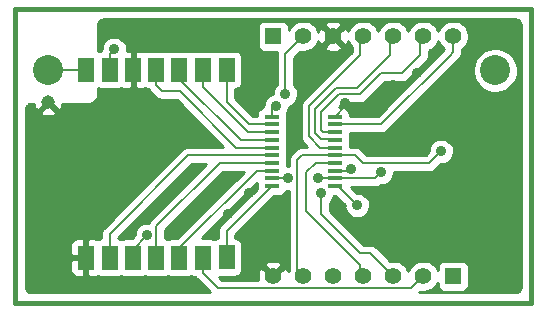
<source format=gbl>
G04 (created by PCBNEW-RS274X (2011-05-25)-stable) date Sat 11 Aug 2012 11:46:33 PM MDT*
G01*
G70*
G90*
%MOIN*%
G04 Gerber Fmt 3.4, Leading zero omitted, Abs format*
%FSLAX34Y34*%
G04 APERTURE LIST*
%ADD10C,0.006000*%
%ADD11C,0.015000*%
%ADD12C,0.045000*%
%ADD13C,0.100000*%
%ADD14R,0.050000X0.016000*%
%ADD15R,0.055000X0.055000*%
%ADD16C,0.055000*%
%ADD17R,0.055100X0.078700*%
%ADD18C,0.035000*%
%ADD19C,0.008000*%
%ADD20C,0.010000*%
G04 APERTURE END LIST*
G54D10*
G54D11*
X22900Y-18800D02*
X22900Y-18700D01*
X22700Y-18800D02*
X22900Y-18800D01*
X22900Y-09000D02*
X22900Y-09100D01*
X22800Y-09000D02*
X22900Y-09000D01*
X05700Y-09000D02*
X05700Y-09200D01*
X22900Y-09100D02*
X22900Y-18700D01*
X05700Y-09000D02*
X22800Y-09000D01*
X05700Y-18800D02*
X05700Y-09200D01*
X22700Y-18800D02*
X05700Y-18800D01*
G54D12*
X06800Y-12100D03*
G54D13*
X21700Y-11040D03*
X06800Y-11040D03*
G54D14*
X14250Y-14890D03*
X14250Y-14640D03*
X14250Y-14380D03*
X14250Y-14120D03*
X14250Y-13870D03*
X14250Y-13610D03*
X14250Y-13350D03*
X14250Y-13100D03*
X14250Y-12840D03*
X14250Y-12590D03*
X16350Y-12590D03*
X16350Y-12840D03*
X16350Y-13100D03*
X16350Y-13350D03*
X16350Y-13610D03*
X16350Y-13870D03*
X16350Y-14120D03*
X16350Y-14380D03*
X16350Y-14640D03*
X16350Y-14890D03*
G54D15*
X20300Y-17900D03*
G54D16*
X19300Y-17900D03*
X18300Y-17900D03*
X17300Y-17900D03*
X16300Y-17900D03*
X15300Y-17900D03*
X14300Y-17900D03*
G54D15*
X14300Y-09900D03*
G54D16*
X15300Y-09900D03*
X16300Y-09900D03*
X17300Y-09900D03*
X18300Y-09900D03*
X19300Y-09900D03*
X20300Y-09900D03*
G54D17*
X12743Y-17270D03*
X11955Y-17281D03*
X11168Y-17281D03*
X10400Y-17281D03*
X09632Y-17281D03*
X08845Y-17281D03*
X08057Y-17281D03*
X08057Y-11021D03*
X08845Y-11021D03*
X09632Y-11021D03*
X10400Y-11021D03*
X11168Y-11021D03*
X11955Y-11021D03*
X12743Y-11021D03*
G54D18*
X09000Y-10340D03*
X14800Y-14640D03*
X06800Y-13100D03*
X19000Y-13240D03*
X19700Y-11940D03*
X19100Y-11140D03*
X18300Y-11540D03*
X17300Y-16340D03*
X14400Y-16240D03*
X13600Y-16240D03*
X13500Y-15140D03*
X12800Y-15840D03*
X11300Y-16140D03*
X12600Y-14740D03*
X11600Y-14440D03*
X10100Y-15940D03*
X08000Y-16340D03*
X08000Y-13040D03*
X09600Y-11940D03*
X15500Y-11540D03*
X16700Y-12140D03*
X21200Y-14140D03*
X20200Y-16240D03*
X18700Y-16240D03*
X18500Y-15640D03*
X10100Y-16540D03*
X16900Y-14340D03*
X15900Y-15140D03*
X14400Y-12240D03*
X17100Y-15540D03*
X19900Y-13740D03*
X15800Y-14640D03*
X14700Y-11840D03*
X17900Y-14440D03*
G54D19*
X08845Y-10495D02*
X08845Y-11021D01*
X08845Y-10495D02*
X09000Y-10340D01*
X14800Y-14640D02*
X14250Y-14640D01*
X06860Y-13040D02*
X08000Y-13040D01*
X06800Y-13100D02*
X06860Y-13040D01*
X19000Y-13240D02*
X20300Y-11940D01*
X16700Y-12140D02*
X17700Y-12140D01*
X17700Y-12140D02*
X18300Y-11540D01*
X09632Y-11021D02*
X09632Y-11908D01*
X13600Y-16240D02*
X14400Y-16240D01*
X12800Y-15840D02*
X13500Y-15140D01*
X11300Y-16040D02*
X11300Y-16140D01*
X12600Y-14740D02*
X11300Y-16040D01*
X10100Y-15940D02*
X11600Y-14440D01*
X08000Y-13040D02*
X08000Y-16340D01*
X09632Y-11908D02*
X09600Y-11940D01*
X16350Y-12590D02*
X16700Y-12240D01*
X16700Y-12240D02*
X16700Y-12140D01*
X14250Y-14380D02*
X13760Y-14380D01*
X13760Y-14380D02*
X11168Y-16972D01*
X11168Y-16972D02*
X11168Y-17281D01*
X14250Y-14120D02*
X12520Y-14120D01*
X10400Y-16240D02*
X12520Y-14120D01*
X10400Y-16240D02*
X10400Y-17281D01*
X09632Y-17008D02*
X10100Y-16540D01*
X09632Y-17008D02*
X09632Y-17281D01*
X08057Y-11021D02*
X06819Y-11021D01*
X06819Y-11021D02*
X06800Y-11040D01*
X17300Y-09900D02*
X17200Y-10000D01*
X17200Y-10540D02*
X15500Y-12240D01*
X15500Y-12240D02*
X15500Y-13240D01*
X15500Y-13240D02*
X15870Y-13610D01*
X15870Y-13610D02*
X16350Y-13610D01*
X17200Y-10000D02*
X17200Y-10540D01*
X17300Y-09900D02*
X17250Y-09950D01*
X18300Y-09900D02*
X18200Y-10000D01*
X16340Y-13340D02*
X15900Y-13340D01*
X15900Y-13340D02*
X15700Y-13140D01*
X15700Y-13140D02*
X15700Y-12440D01*
X15700Y-12440D02*
X15700Y-12340D01*
X15700Y-12340D02*
X16400Y-11640D01*
X16400Y-11640D02*
X16600Y-11640D01*
X17100Y-11640D02*
X16600Y-11640D01*
X18200Y-10540D02*
X17100Y-11640D01*
X16340Y-13340D02*
X16350Y-13350D01*
X18200Y-10000D02*
X18200Y-10540D01*
X20195Y-10545D02*
X20300Y-10440D01*
X20300Y-10440D02*
X20300Y-09900D01*
X17900Y-12840D02*
X16350Y-12840D01*
X20200Y-10540D02*
X20195Y-10545D01*
X20195Y-10545D02*
X17900Y-12840D01*
X19300Y-17900D02*
X18900Y-18300D01*
X11955Y-17795D02*
X12460Y-18300D01*
X12460Y-18300D02*
X18740Y-18300D01*
X11955Y-17795D02*
X11955Y-17281D01*
X18900Y-18300D02*
X18740Y-18300D01*
X14250Y-13870D02*
X11470Y-13870D01*
X08845Y-16495D02*
X11470Y-13870D01*
X08845Y-16495D02*
X08845Y-17281D01*
X14250Y-13610D02*
X13070Y-13610D01*
X10400Y-11540D02*
X10400Y-11021D01*
X10600Y-11740D02*
X10400Y-11540D01*
X11200Y-11740D02*
X10600Y-11740D01*
X13070Y-13610D02*
X11200Y-11740D01*
X14250Y-13350D02*
X13210Y-13350D01*
X11168Y-11308D02*
X11168Y-11021D01*
X13210Y-13350D02*
X11168Y-11308D01*
X14250Y-13100D02*
X13460Y-13100D01*
X11955Y-11595D02*
X11955Y-11021D01*
X13460Y-13100D02*
X11955Y-11595D01*
X14250Y-12840D02*
X13500Y-12840D01*
X12743Y-12083D02*
X12743Y-11021D01*
X13500Y-12840D02*
X12743Y-12083D01*
X18300Y-17900D02*
X18020Y-17620D01*
X17540Y-17140D02*
X17200Y-17140D01*
X17200Y-17140D02*
X15900Y-15840D01*
X15900Y-15840D02*
X15900Y-15140D01*
X16860Y-14380D02*
X16350Y-14380D01*
X16900Y-14340D02*
X16860Y-14380D01*
X18020Y-17620D02*
X17540Y-17140D01*
X19300Y-09900D02*
X19200Y-10000D01*
X19200Y-10540D02*
X18600Y-11140D01*
X18600Y-11140D02*
X17900Y-11140D01*
X17900Y-11140D02*
X17200Y-11840D01*
X17200Y-11840D02*
X16500Y-11840D01*
X15960Y-13100D02*
X16350Y-13100D01*
X15900Y-12440D02*
X15900Y-13040D01*
X16500Y-11840D02*
X15900Y-12440D01*
X15900Y-13040D02*
X15960Y-13100D01*
X19200Y-10000D02*
X19200Y-10540D01*
X17300Y-17900D02*
X17200Y-17800D01*
X17200Y-17540D02*
X15400Y-15740D01*
X15400Y-15740D02*
X15400Y-15540D01*
X15720Y-14120D02*
X16350Y-14120D01*
X15400Y-14440D02*
X15720Y-14120D01*
X15400Y-15540D02*
X15400Y-14440D01*
X17200Y-17800D02*
X17200Y-17540D01*
X14250Y-12290D02*
X14250Y-12590D01*
X14400Y-12240D02*
X14250Y-12290D01*
X17100Y-15540D02*
X16450Y-14890D01*
X16450Y-14890D02*
X16350Y-14890D01*
X15300Y-17900D02*
X15100Y-17700D01*
X15270Y-13870D02*
X15100Y-14040D01*
X15100Y-14040D02*
X15100Y-16800D01*
X15270Y-13870D02*
X16350Y-13870D01*
X15100Y-17700D02*
X15100Y-16800D01*
X16350Y-13870D02*
X17030Y-13870D01*
X19500Y-14140D02*
X19900Y-13740D01*
X17300Y-14140D02*
X19500Y-14140D01*
X17030Y-13870D02*
X17300Y-14140D01*
X12743Y-17270D02*
X12743Y-16397D01*
X12743Y-16397D02*
X14250Y-14890D01*
X15300Y-09900D02*
X14700Y-10500D01*
X14700Y-11340D02*
X14700Y-11840D01*
X15800Y-14640D02*
X16350Y-14640D01*
X14700Y-10500D02*
X14700Y-11340D01*
X16350Y-14640D02*
X17700Y-14640D01*
X17700Y-14640D02*
X17900Y-14440D01*
G54D10*
G36*
X12070Y-14160D02*
X10197Y-16033D01*
X10195Y-16035D01*
X10188Y-16042D01*
X10161Y-16076D01*
X10139Y-16115D01*
X10061Y-16115D01*
X09979Y-16130D01*
X09902Y-16162D01*
X09832Y-16207D01*
X09773Y-16266D01*
X09726Y-16335D01*
X09693Y-16411D01*
X09676Y-16493D01*
X09674Y-16555D01*
X09592Y-16638D01*
X09333Y-16638D01*
X09285Y-16647D01*
X09240Y-16666D01*
X09239Y-16666D01*
X09195Y-16648D01*
X09147Y-16638D01*
X09135Y-16638D01*
X09135Y-16615D01*
X11590Y-14160D01*
X12070Y-14160D01*
X12070Y-14160D01*
G37*
G54D20*
X12070Y-14160D02*
X10197Y-16033D01*
X10195Y-16035D01*
X10188Y-16042D01*
X10161Y-16076D01*
X10139Y-16115D01*
X10061Y-16115D01*
X09979Y-16130D01*
X09902Y-16162D01*
X09832Y-16207D01*
X09773Y-16266D01*
X09726Y-16335D01*
X09693Y-16411D01*
X09676Y-16493D01*
X09674Y-16555D01*
X09592Y-16638D01*
X09333Y-16638D01*
X09285Y-16647D01*
X09240Y-16666D01*
X09239Y-16666D01*
X09195Y-16648D01*
X09147Y-16638D01*
X09135Y-16638D01*
X09135Y-16615D01*
X11590Y-14160D01*
X12070Y-14160D01*
G54D10*
G36*
X13319Y-14410D02*
X11091Y-16638D01*
X10869Y-16638D01*
X10821Y-16647D01*
X10784Y-16662D01*
X10750Y-16648D01*
X10702Y-16638D01*
X10690Y-16638D01*
X10690Y-16360D01*
X12640Y-14410D01*
X13319Y-14410D01*
X13319Y-14410D01*
G37*
G54D20*
X13319Y-14410D02*
X11091Y-16638D01*
X10869Y-16638D01*
X10821Y-16647D01*
X10784Y-16662D01*
X10750Y-16648D01*
X10702Y-16638D01*
X10690Y-16638D01*
X10690Y-16360D01*
X12640Y-14410D01*
X13319Y-14410D01*
G54D10*
G36*
X13750Y-14980D02*
X12540Y-16190D01*
X12538Y-16192D01*
X12531Y-16199D01*
X12504Y-16233D01*
X12476Y-16283D01*
X12475Y-16285D01*
X12475Y-16286D01*
X12473Y-16290D01*
X12459Y-16337D01*
X12453Y-16393D01*
X12453Y-16396D01*
X12453Y-16397D01*
X12453Y-16627D01*
X12444Y-16627D01*
X12396Y-16636D01*
X12351Y-16655D01*
X12339Y-16662D01*
X12305Y-16648D01*
X12257Y-16638D01*
X12208Y-16638D01*
X11912Y-16638D01*
X13750Y-14800D01*
X13750Y-14832D01*
X13750Y-14980D01*
X13750Y-14980D01*
G37*
G54D20*
X13750Y-14980D02*
X12540Y-16190D01*
X12538Y-16192D01*
X12531Y-16199D01*
X12504Y-16233D01*
X12476Y-16283D01*
X12475Y-16285D01*
X12475Y-16286D01*
X12473Y-16290D01*
X12459Y-16337D01*
X12453Y-16393D01*
X12453Y-16396D01*
X12453Y-16397D01*
X12453Y-16627D01*
X12444Y-16627D01*
X12396Y-16636D01*
X12351Y-16655D01*
X12339Y-16662D01*
X12305Y-16648D01*
X12257Y-16638D01*
X12208Y-16638D01*
X11912Y-16638D01*
X13750Y-14800D01*
X13750Y-14832D01*
X13750Y-14980D01*
G54D10*
G36*
X14811Y-17710D02*
X14798Y-17739D01*
X14774Y-17674D01*
X14752Y-17633D01*
X14661Y-17610D01*
X14590Y-17681D01*
X14590Y-17539D01*
X14567Y-17448D01*
X14474Y-17405D01*
X14374Y-17380D01*
X14272Y-17375D01*
X14170Y-17391D01*
X14074Y-17426D01*
X14033Y-17448D01*
X14010Y-17539D01*
X14300Y-17829D01*
X14590Y-17539D01*
X14590Y-17681D01*
X14406Y-17865D01*
X14371Y-17900D01*
X14300Y-17971D01*
X14229Y-17900D01*
X14194Y-17865D01*
X13939Y-17610D01*
X13848Y-17633D01*
X13805Y-17726D01*
X13780Y-17826D01*
X13775Y-17928D01*
X13787Y-18010D01*
X12580Y-18010D01*
X12483Y-17913D01*
X12490Y-17913D01*
X13042Y-17913D01*
X13090Y-17904D01*
X13135Y-17885D01*
X13176Y-17858D01*
X13211Y-17823D01*
X13239Y-17783D01*
X13258Y-17738D01*
X13268Y-17690D01*
X13268Y-17641D01*
X13268Y-16853D01*
X13259Y-16805D01*
X13240Y-16760D01*
X13213Y-16719D01*
X13178Y-16684D01*
X13138Y-16656D01*
X13093Y-16637D01*
X13045Y-16627D01*
X13033Y-16627D01*
X13033Y-16517D01*
X14330Y-15220D01*
X14524Y-15220D01*
X14572Y-15211D01*
X14617Y-15192D01*
X14658Y-15165D01*
X14693Y-15130D01*
X14721Y-15090D01*
X14733Y-15060D01*
X14750Y-15064D01*
X14810Y-15065D01*
X14810Y-16796D01*
X14810Y-16800D01*
X14810Y-17697D01*
X14810Y-17700D01*
X14811Y-17709D01*
X14811Y-17710D01*
X14811Y-17710D01*
G37*
G54D20*
X14811Y-17710D02*
X14798Y-17739D01*
X14774Y-17674D01*
X14752Y-17633D01*
X14661Y-17610D01*
X14590Y-17681D01*
X14590Y-17539D01*
X14567Y-17448D01*
X14474Y-17405D01*
X14374Y-17380D01*
X14272Y-17375D01*
X14170Y-17391D01*
X14074Y-17426D01*
X14033Y-17448D01*
X14010Y-17539D01*
X14300Y-17829D01*
X14590Y-17539D01*
X14590Y-17681D01*
X14406Y-17865D01*
X14371Y-17900D01*
X14300Y-17971D01*
X14229Y-17900D01*
X14194Y-17865D01*
X13939Y-17610D01*
X13848Y-17633D01*
X13805Y-17726D01*
X13780Y-17826D01*
X13775Y-17928D01*
X13787Y-18010D01*
X12580Y-18010D01*
X12483Y-17913D01*
X12490Y-17913D01*
X13042Y-17913D01*
X13090Y-17904D01*
X13135Y-17885D01*
X13176Y-17858D01*
X13211Y-17823D01*
X13239Y-17783D01*
X13258Y-17738D01*
X13268Y-17690D01*
X13268Y-17641D01*
X13268Y-16853D01*
X13259Y-16805D01*
X13240Y-16760D01*
X13213Y-16719D01*
X13178Y-16684D01*
X13138Y-16656D01*
X13093Y-16637D01*
X13045Y-16627D01*
X13033Y-16627D01*
X13033Y-16517D01*
X14330Y-15220D01*
X14524Y-15220D01*
X14572Y-15211D01*
X14617Y-15192D01*
X14658Y-15165D01*
X14693Y-15130D01*
X14721Y-15090D01*
X14733Y-15060D01*
X14750Y-15064D01*
X14810Y-15065D01*
X14810Y-16796D01*
X14810Y-16800D01*
X14810Y-17697D01*
X14810Y-17700D01*
X14811Y-17709D01*
X14811Y-17710D01*
G54D10*
G36*
X20000Y-10330D02*
X19998Y-10332D01*
X19995Y-10335D01*
X19992Y-10338D01*
X19990Y-10340D01*
X17780Y-12550D01*
X16850Y-12550D01*
X16850Y-12490D01*
X16848Y-12490D01*
X16850Y-12488D01*
X16850Y-12486D01*
X16841Y-12438D01*
X16822Y-12393D01*
X16795Y-12352D01*
X16760Y-12317D01*
X16720Y-12289D01*
X16675Y-12270D01*
X16627Y-12260D01*
X16578Y-12260D01*
X16490Y-12260D01*
X16620Y-12130D01*
X17197Y-12130D01*
X17200Y-12130D01*
X17215Y-12128D01*
X17253Y-12125D01*
X17256Y-12124D01*
X17308Y-12109D01*
X17308Y-12108D01*
X17311Y-12108D01*
X17358Y-12083D01*
X17360Y-12082D01*
X17386Y-12060D01*
X17402Y-12048D01*
X17404Y-12046D01*
X17405Y-12045D01*
X18020Y-11430D01*
X18597Y-11430D01*
X18600Y-11430D01*
X18615Y-11428D01*
X18653Y-11425D01*
X18656Y-11424D01*
X18708Y-11409D01*
X18708Y-11408D01*
X18711Y-11408D01*
X18758Y-11383D01*
X18760Y-11382D01*
X18786Y-11360D01*
X18802Y-11348D01*
X18804Y-11346D01*
X18805Y-11345D01*
X19403Y-10747D01*
X19405Y-10745D01*
X19416Y-10731D01*
X19439Y-10704D01*
X19440Y-10702D01*
X19467Y-10654D01*
X19467Y-10651D01*
X19468Y-10651D01*
X19469Y-10646D01*
X19484Y-10600D01*
X19484Y-10598D01*
X19490Y-10544D01*
X19490Y-10542D01*
X19490Y-10540D01*
X19490Y-10388D01*
X19537Y-10370D01*
X19624Y-10315D01*
X19698Y-10244D01*
X19758Y-10160D01*
X19799Y-10067D01*
X19800Y-10060D01*
X19832Y-10140D01*
X19887Y-10227D01*
X19958Y-10301D01*
X20000Y-10329D01*
X20000Y-10330D01*
X20000Y-10330D01*
G37*
G54D20*
X20000Y-10330D02*
X19998Y-10332D01*
X19995Y-10335D01*
X19992Y-10338D01*
X19990Y-10340D01*
X17780Y-12550D01*
X16850Y-12550D01*
X16850Y-12490D01*
X16848Y-12490D01*
X16850Y-12488D01*
X16850Y-12486D01*
X16841Y-12438D01*
X16822Y-12393D01*
X16795Y-12352D01*
X16760Y-12317D01*
X16720Y-12289D01*
X16675Y-12270D01*
X16627Y-12260D01*
X16578Y-12260D01*
X16490Y-12260D01*
X16620Y-12130D01*
X17197Y-12130D01*
X17200Y-12130D01*
X17215Y-12128D01*
X17253Y-12125D01*
X17256Y-12124D01*
X17308Y-12109D01*
X17308Y-12108D01*
X17311Y-12108D01*
X17358Y-12083D01*
X17360Y-12082D01*
X17386Y-12060D01*
X17402Y-12048D01*
X17404Y-12046D01*
X17405Y-12045D01*
X18020Y-11430D01*
X18597Y-11430D01*
X18600Y-11430D01*
X18615Y-11428D01*
X18653Y-11425D01*
X18656Y-11424D01*
X18708Y-11409D01*
X18708Y-11408D01*
X18711Y-11408D01*
X18758Y-11383D01*
X18760Y-11382D01*
X18786Y-11360D01*
X18802Y-11348D01*
X18804Y-11346D01*
X18805Y-11345D01*
X19403Y-10747D01*
X19405Y-10745D01*
X19416Y-10731D01*
X19439Y-10704D01*
X19440Y-10702D01*
X19467Y-10654D01*
X19467Y-10651D01*
X19468Y-10651D01*
X19469Y-10646D01*
X19484Y-10600D01*
X19484Y-10598D01*
X19490Y-10544D01*
X19490Y-10542D01*
X19490Y-10540D01*
X19490Y-10388D01*
X19537Y-10370D01*
X19624Y-10315D01*
X19698Y-10244D01*
X19758Y-10160D01*
X19799Y-10067D01*
X19800Y-10060D01*
X19832Y-10140D01*
X19887Y-10227D01*
X19958Y-10301D01*
X20000Y-10329D01*
X20000Y-10330D01*
G54D10*
G36*
X22550Y-18237D02*
X22546Y-18279D01*
X22535Y-18317D01*
X22516Y-18351D01*
X22491Y-18381D01*
X22461Y-18406D01*
X22449Y-18412D01*
X22449Y-10967D01*
X22421Y-10823D01*
X22365Y-10687D01*
X22283Y-10565D01*
X22180Y-10460D01*
X22058Y-10378D01*
X21923Y-10321D01*
X21779Y-10292D01*
X21632Y-10291D01*
X21488Y-10318D01*
X21352Y-10373D01*
X21229Y-10453D01*
X21124Y-10556D01*
X21041Y-10677D01*
X20983Y-10812D01*
X20952Y-10956D01*
X20950Y-11103D01*
X20976Y-11247D01*
X21030Y-11384D01*
X21110Y-11507D01*
X21212Y-11613D01*
X21332Y-11697D01*
X21467Y-11756D01*
X21610Y-11787D01*
X21757Y-11790D01*
X21902Y-11765D01*
X22039Y-11712D01*
X22163Y-11633D01*
X22269Y-11532D01*
X22354Y-11412D01*
X22414Y-11278D01*
X22447Y-11135D01*
X22449Y-10967D01*
X22449Y-18412D01*
X22427Y-18425D01*
X22389Y-18436D01*
X22347Y-18440D01*
X19170Y-18440D01*
X19196Y-18414D01*
X19237Y-18423D01*
X19340Y-18425D01*
X19441Y-18407D01*
X19537Y-18370D01*
X19624Y-18315D01*
X19698Y-18244D01*
X19758Y-18160D01*
X19775Y-18121D01*
X19775Y-18199D01*
X19784Y-18247D01*
X19803Y-18292D01*
X19830Y-18333D01*
X19865Y-18368D01*
X19905Y-18396D01*
X19950Y-18415D01*
X19998Y-18425D01*
X20047Y-18425D01*
X20599Y-18425D01*
X20647Y-18416D01*
X20692Y-18397D01*
X20733Y-18370D01*
X20768Y-18335D01*
X20796Y-18295D01*
X20815Y-18250D01*
X20825Y-18202D01*
X20825Y-18153D01*
X20825Y-17601D01*
X20816Y-17553D01*
X20797Y-17508D01*
X20770Y-17467D01*
X20735Y-17432D01*
X20695Y-17404D01*
X20650Y-17385D01*
X20602Y-17375D01*
X20553Y-17375D01*
X20001Y-17375D01*
X19953Y-17384D01*
X19908Y-17403D01*
X19867Y-17430D01*
X19832Y-17465D01*
X19804Y-17505D01*
X19785Y-17550D01*
X19775Y-17598D01*
X19775Y-17647D01*
X19775Y-17677D01*
X19765Y-17653D01*
X19708Y-17568D01*
X19636Y-17495D01*
X19551Y-17437D01*
X19456Y-17397D01*
X19355Y-17376D01*
X19253Y-17376D01*
X19152Y-17395D01*
X19056Y-17433D01*
X18970Y-17489D01*
X18897Y-17561D01*
X18839Y-17646D01*
X18799Y-17736D01*
X18765Y-17653D01*
X18708Y-17568D01*
X18636Y-17495D01*
X18551Y-17437D01*
X18456Y-17397D01*
X18355Y-17376D01*
X18253Y-17376D01*
X18196Y-17386D01*
X17747Y-16937D01*
X17745Y-16935D01*
X17737Y-16928D01*
X17704Y-16901D01*
X17654Y-16873D01*
X17651Y-16872D01*
X17646Y-16870D01*
X17600Y-16856D01*
X17544Y-16850D01*
X17541Y-16850D01*
X17540Y-16850D01*
X17320Y-16850D01*
X16190Y-15720D01*
X16190Y-15450D01*
X16224Y-15419D01*
X16271Y-15351D01*
X16305Y-15274D01*
X16317Y-15220D01*
X16370Y-15220D01*
X16675Y-15525D01*
X16674Y-15576D01*
X16690Y-15658D01*
X16720Y-15736D01*
X16766Y-15806D01*
X16823Y-15865D01*
X16892Y-15913D01*
X16968Y-15946D01*
X17050Y-15964D01*
X17133Y-15966D01*
X17215Y-15951D01*
X17293Y-15921D01*
X17363Y-15876D01*
X17424Y-15819D01*
X17471Y-15751D01*
X17505Y-15674D01*
X17524Y-15593D01*
X17525Y-15498D01*
X17509Y-15416D01*
X17477Y-15339D01*
X17431Y-15270D01*
X17372Y-15211D01*
X17303Y-15164D01*
X17226Y-15132D01*
X17144Y-15115D01*
X17085Y-15115D01*
X16900Y-14930D01*
X17697Y-14930D01*
X17700Y-14930D01*
X17715Y-14928D01*
X17753Y-14925D01*
X17756Y-14924D01*
X17808Y-14909D01*
X17808Y-14908D01*
X17811Y-14908D01*
X17858Y-14883D01*
X17860Y-14882D01*
X17880Y-14864D01*
X17881Y-14864D01*
X17933Y-14866D01*
X18015Y-14851D01*
X18093Y-14821D01*
X18163Y-14776D01*
X18224Y-14719D01*
X18271Y-14651D01*
X18305Y-14574D01*
X18324Y-14493D01*
X18324Y-14430D01*
X19497Y-14430D01*
X19500Y-14430D01*
X19515Y-14428D01*
X19553Y-14425D01*
X19556Y-14424D01*
X19608Y-14409D01*
X19608Y-14408D01*
X19611Y-14408D01*
X19658Y-14383D01*
X19660Y-14382D01*
X19686Y-14360D01*
X19702Y-14348D01*
X19704Y-14346D01*
X19705Y-14345D01*
X19885Y-14164D01*
X19933Y-14166D01*
X20015Y-14151D01*
X20093Y-14121D01*
X20163Y-14076D01*
X20224Y-14019D01*
X20271Y-13951D01*
X20305Y-13874D01*
X20324Y-13793D01*
X20325Y-13698D01*
X20309Y-13616D01*
X20277Y-13539D01*
X20231Y-13470D01*
X20172Y-13411D01*
X20103Y-13364D01*
X20026Y-13332D01*
X19944Y-13315D01*
X19861Y-13315D01*
X19779Y-13330D01*
X19702Y-13362D01*
X19632Y-13407D01*
X19573Y-13466D01*
X19526Y-13535D01*
X19493Y-13611D01*
X19476Y-13693D01*
X19474Y-13755D01*
X19379Y-13850D01*
X17420Y-13850D01*
X17237Y-13667D01*
X17235Y-13665D01*
X17227Y-13658D01*
X17194Y-13631D01*
X17144Y-13603D01*
X17141Y-13602D01*
X17136Y-13600D01*
X17090Y-13586D01*
X17034Y-13580D01*
X17031Y-13580D01*
X17030Y-13580D01*
X16850Y-13580D01*
X16850Y-13506D01*
X16845Y-13480D01*
X16850Y-13457D01*
X16850Y-13408D01*
X16850Y-13246D01*
X16846Y-13225D01*
X16850Y-13207D01*
X16850Y-13158D01*
X16850Y-13130D01*
X17897Y-13130D01*
X17900Y-13130D01*
X17915Y-13128D01*
X17953Y-13125D01*
X17956Y-13124D01*
X18008Y-13109D01*
X18008Y-13108D01*
X18011Y-13108D01*
X18058Y-13083D01*
X18060Y-13082D01*
X18086Y-13060D01*
X18102Y-13048D01*
X18104Y-13046D01*
X18105Y-13045D01*
X20397Y-10753D01*
X20400Y-10750D01*
X20405Y-10745D01*
X20503Y-10647D01*
X20505Y-10645D01*
X20516Y-10631D01*
X20539Y-10604D01*
X20540Y-10602D01*
X20567Y-10554D01*
X20567Y-10551D01*
X20568Y-10551D01*
X20569Y-10546D01*
X20584Y-10500D01*
X20584Y-10498D01*
X20590Y-10444D01*
X20590Y-10442D01*
X20590Y-10440D01*
X20590Y-10336D01*
X20624Y-10315D01*
X20698Y-10244D01*
X20758Y-10160D01*
X20799Y-10067D01*
X20822Y-09966D01*
X20824Y-09849D01*
X20804Y-09748D01*
X20765Y-09653D01*
X20708Y-09568D01*
X20636Y-09495D01*
X20551Y-09437D01*
X20456Y-09397D01*
X20355Y-09376D01*
X20253Y-09376D01*
X20152Y-09395D01*
X20056Y-09433D01*
X19970Y-09489D01*
X19897Y-09561D01*
X19839Y-09646D01*
X19799Y-09736D01*
X19765Y-09653D01*
X19708Y-09568D01*
X19636Y-09495D01*
X19551Y-09437D01*
X19456Y-09397D01*
X19355Y-09376D01*
X19253Y-09376D01*
X19152Y-09395D01*
X19056Y-09433D01*
X18970Y-09489D01*
X18897Y-09561D01*
X18839Y-09646D01*
X18799Y-09736D01*
X18765Y-09653D01*
X18708Y-09568D01*
X18636Y-09495D01*
X18551Y-09437D01*
X18456Y-09397D01*
X18355Y-09376D01*
X18253Y-09376D01*
X18152Y-09395D01*
X18056Y-09433D01*
X17970Y-09489D01*
X17897Y-09561D01*
X17839Y-09646D01*
X17799Y-09736D01*
X17765Y-09653D01*
X17708Y-09568D01*
X17636Y-09495D01*
X17551Y-09437D01*
X17456Y-09397D01*
X17355Y-09376D01*
X17253Y-09376D01*
X17152Y-09395D01*
X17056Y-09433D01*
X16970Y-09489D01*
X16897Y-09561D01*
X16839Y-09646D01*
X16798Y-09739D01*
X16774Y-09674D01*
X16752Y-09633D01*
X16661Y-09610D01*
X16590Y-09681D01*
X16590Y-09539D01*
X16567Y-09448D01*
X16474Y-09405D01*
X16374Y-09380D01*
X16272Y-09375D01*
X16170Y-09391D01*
X16074Y-09426D01*
X16033Y-09448D01*
X16010Y-09539D01*
X16300Y-09829D01*
X16590Y-09539D01*
X16590Y-09681D01*
X16371Y-09900D01*
X16661Y-10190D01*
X16752Y-10167D01*
X16795Y-10074D01*
X16799Y-10057D01*
X16832Y-10140D01*
X16887Y-10227D01*
X16910Y-10250D01*
X16910Y-10420D01*
X16590Y-10740D01*
X16590Y-10261D01*
X16300Y-09971D01*
X16010Y-10261D01*
X16033Y-10352D01*
X16126Y-10395D01*
X16226Y-10420D01*
X16328Y-10425D01*
X16430Y-10409D01*
X16526Y-10374D01*
X16567Y-10352D01*
X16590Y-10261D01*
X16590Y-10740D01*
X15297Y-12033D01*
X15295Y-12035D01*
X15288Y-12042D01*
X15261Y-12076D01*
X15233Y-12126D01*
X15232Y-12128D01*
X15232Y-12129D01*
X15230Y-12133D01*
X15216Y-12180D01*
X15210Y-12236D01*
X15210Y-12239D01*
X15210Y-12240D01*
X15210Y-13237D01*
X15210Y-13240D01*
X15211Y-13255D01*
X15215Y-13293D01*
X15216Y-13296D01*
X15231Y-13348D01*
X15232Y-13351D01*
X15257Y-13398D01*
X15258Y-13400D01*
X15279Y-13426D01*
X15292Y-13442D01*
X15294Y-13444D01*
X15295Y-13445D01*
X15430Y-13580D01*
X15273Y-13580D01*
X15270Y-13580D01*
X15255Y-13581D01*
X15217Y-13585D01*
X15162Y-13601D01*
X15161Y-13601D01*
X15159Y-13602D01*
X15133Y-13615D01*
X15111Y-13627D01*
X15067Y-13662D01*
X15065Y-13665D01*
X14897Y-13833D01*
X14895Y-13835D01*
X14888Y-13842D01*
X14861Y-13876D01*
X14833Y-13926D01*
X14832Y-13928D01*
X14832Y-13929D01*
X14830Y-13933D01*
X14816Y-13980D01*
X14810Y-14036D01*
X14810Y-14039D01*
X14810Y-14040D01*
X14810Y-14215D01*
X14761Y-14215D01*
X14750Y-14217D01*
X14750Y-14178D01*
X14750Y-14016D01*
X14746Y-13995D01*
X14750Y-13977D01*
X14750Y-13928D01*
X14750Y-13766D01*
X14745Y-13740D01*
X14750Y-13717D01*
X14750Y-13668D01*
X14750Y-13506D01*
X14745Y-13480D01*
X14750Y-13457D01*
X14750Y-13408D01*
X14750Y-13246D01*
X14746Y-13225D01*
X14750Y-13207D01*
X14750Y-13158D01*
X14750Y-12996D01*
X14745Y-12970D01*
X14750Y-12947D01*
X14750Y-12898D01*
X14750Y-12736D01*
X14746Y-12715D01*
X14750Y-12697D01*
X14750Y-12648D01*
X14750Y-12486D01*
X14749Y-12482D01*
X14771Y-12451D01*
X14805Y-12374D01*
X14824Y-12293D01*
X14824Y-12247D01*
X14893Y-12221D01*
X14963Y-12176D01*
X15024Y-12119D01*
X15071Y-12051D01*
X15105Y-11974D01*
X15124Y-11893D01*
X15125Y-11798D01*
X15109Y-11716D01*
X15077Y-11639D01*
X15031Y-11570D01*
X14990Y-11529D01*
X14990Y-11344D01*
X14990Y-11340D01*
X14990Y-10620D01*
X15196Y-10413D01*
X15237Y-10423D01*
X15340Y-10425D01*
X15441Y-10407D01*
X15537Y-10370D01*
X15624Y-10315D01*
X15698Y-10244D01*
X15758Y-10160D01*
X15799Y-10067D01*
X15801Y-10057D01*
X15826Y-10126D01*
X15848Y-10167D01*
X15939Y-10190D01*
X16229Y-09900D01*
X15939Y-09610D01*
X15848Y-09633D01*
X15805Y-09726D01*
X15801Y-09741D01*
X15765Y-09653D01*
X15708Y-09568D01*
X15636Y-09495D01*
X15551Y-09437D01*
X15456Y-09397D01*
X15355Y-09376D01*
X15253Y-09376D01*
X15152Y-09395D01*
X15056Y-09433D01*
X14970Y-09489D01*
X14897Y-09561D01*
X14839Y-09646D01*
X14825Y-09678D01*
X14825Y-09601D01*
X14816Y-09553D01*
X14797Y-09508D01*
X14770Y-09467D01*
X14735Y-09432D01*
X14695Y-09404D01*
X14650Y-09385D01*
X14602Y-09375D01*
X14553Y-09375D01*
X14001Y-09375D01*
X13953Y-09384D01*
X13908Y-09403D01*
X13867Y-09430D01*
X13832Y-09465D01*
X13804Y-09505D01*
X13785Y-09550D01*
X13775Y-09598D01*
X13775Y-09647D01*
X13775Y-10199D01*
X13784Y-10247D01*
X13803Y-10292D01*
X13830Y-10333D01*
X13865Y-10368D01*
X13905Y-10396D01*
X13950Y-10415D01*
X13998Y-10425D01*
X14047Y-10425D01*
X14420Y-10425D01*
X14416Y-10440D01*
X14410Y-10496D01*
X14410Y-10499D01*
X14410Y-10500D01*
X14410Y-11336D01*
X14410Y-11340D01*
X14410Y-11529D01*
X14373Y-11566D01*
X14326Y-11635D01*
X14293Y-11711D01*
X14276Y-11793D01*
X14275Y-11831D01*
X14202Y-11862D01*
X14132Y-11907D01*
X14073Y-11966D01*
X14026Y-12035D01*
X13993Y-12111D01*
X13976Y-12193D01*
X13975Y-12198D01*
X13975Y-12199D01*
X13975Y-12201D01*
X13971Y-12212D01*
X13970Y-12216D01*
X13966Y-12230D01*
X13963Y-12255D01*
X13962Y-12262D01*
X13961Y-12262D01*
X13928Y-12269D01*
X13883Y-12288D01*
X13842Y-12315D01*
X13807Y-12350D01*
X13779Y-12390D01*
X13760Y-12435D01*
X13750Y-12483D01*
X13750Y-12532D01*
X13750Y-12550D01*
X13620Y-12550D01*
X13033Y-11963D01*
X13033Y-11664D01*
X13042Y-11664D01*
X13090Y-11655D01*
X13135Y-11636D01*
X13176Y-11609D01*
X13211Y-11574D01*
X13239Y-11534D01*
X13258Y-11489D01*
X13268Y-11441D01*
X13268Y-11392D01*
X13268Y-10604D01*
X13259Y-10556D01*
X13240Y-10511D01*
X13213Y-10470D01*
X13178Y-10435D01*
X13138Y-10407D01*
X13093Y-10388D01*
X13045Y-10378D01*
X12996Y-10378D01*
X12444Y-10378D01*
X12396Y-10387D01*
X12351Y-10406D01*
X12349Y-10406D01*
X12305Y-10388D01*
X12257Y-10378D01*
X12208Y-10378D01*
X11656Y-10378D01*
X11608Y-10387D01*
X11563Y-10406D01*
X11562Y-10406D01*
X11518Y-10388D01*
X11470Y-10378D01*
X11421Y-10378D01*
X10869Y-10378D01*
X10821Y-10387D01*
X10784Y-10402D01*
X10750Y-10388D01*
X10702Y-10378D01*
X10653Y-10378D01*
X10101Y-10378D01*
X10053Y-10387D01*
X10016Y-10402D01*
X09982Y-10388D01*
X09934Y-10378D01*
X09885Y-10378D01*
X09744Y-10378D01*
X09682Y-10440D01*
X09682Y-10921D01*
X09682Y-10971D01*
X09682Y-11071D01*
X09682Y-11121D01*
X09682Y-11602D01*
X09744Y-11664D01*
X09885Y-11664D01*
X09934Y-11664D01*
X09982Y-11654D01*
X10016Y-11639D01*
X10050Y-11654D01*
X10098Y-11664D01*
X10138Y-11664D01*
X10139Y-11664D01*
X10157Y-11698D01*
X10158Y-11700D01*
X10179Y-11726D01*
X10192Y-11742D01*
X10194Y-11744D01*
X10195Y-11745D01*
X10393Y-11943D01*
X10394Y-11944D01*
X10402Y-11951D01*
X10436Y-11979D01*
X10438Y-11980D01*
X10486Y-12007D01*
X10488Y-12007D01*
X10540Y-12024D01*
X10541Y-12024D01*
X10596Y-12030D01*
X10600Y-12030D01*
X11080Y-12030D01*
X12630Y-13580D01*
X11473Y-13580D01*
X11470Y-13580D01*
X11455Y-13581D01*
X11417Y-13585D01*
X11362Y-13601D01*
X11361Y-13601D01*
X11359Y-13602D01*
X11333Y-13615D01*
X11311Y-13627D01*
X11268Y-13662D01*
X11266Y-13664D01*
X11265Y-13665D01*
X08642Y-16288D01*
X08640Y-16290D01*
X08633Y-16297D01*
X08606Y-16331D01*
X08578Y-16381D01*
X08577Y-16383D01*
X08577Y-16384D01*
X08575Y-16388D01*
X08561Y-16435D01*
X08555Y-16491D01*
X08555Y-16494D01*
X08555Y-16495D01*
X08555Y-16638D01*
X08546Y-16638D01*
X08498Y-16647D01*
X08453Y-16666D01*
X08451Y-16666D01*
X08407Y-16648D01*
X08359Y-16638D01*
X08310Y-16638D01*
X08169Y-16638D01*
X08107Y-16700D01*
X08107Y-17181D01*
X08107Y-17231D01*
X08107Y-17331D01*
X08107Y-17381D01*
X08107Y-17862D01*
X08169Y-17924D01*
X08310Y-17924D01*
X08359Y-17924D01*
X08407Y-17914D01*
X08450Y-17895D01*
X08451Y-17895D01*
X08452Y-17895D01*
X08495Y-17914D01*
X08543Y-17924D01*
X08592Y-17924D01*
X09144Y-17924D01*
X09192Y-17915D01*
X09237Y-17896D01*
X09237Y-17895D01*
X09282Y-17914D01*
X09330Y-17924D01*
X09379Y-17924D01*
X09931Y-17924D01*
X09979Y-17915D01*
X10015Y-17899D01*
X10050Y-17914D01*
X10098Y-17924D01*
X10147Y-17924D01*
X10699Y-17924D01*
X10747Y-17915D01*
X10783Y-17899D01*
X10818Y-17914D01*
X10866Y-17924D01*
X10915Y-17924D01*
X11467Y-17924D01*
X11515Y-17915D01*
X11560Y-17896D01*
X11560Y-17895D01*
X11605Y-17914D01*
X11653Y-17924D01*
X11696Y-17924D01*
X11712Y-17953D01*
X11713Y-17955D01*
X11734Y-17981D01*
X11747Y-17997D01*
X11749Y-17999D01*
X11750Y-18000D01*
X12190Y-18440D01*
X08007Y-18440D01*
X08007Y-17862D01*
X08007Y-17331D01*
X08007Y-17231D01*
X08007Y-16700D01*
X07945Y-16638D01*
X07804Y-16638D01*
X07755Y-16638D01*
X07707Y-16648D01*
X07662Y-16667D01*
X07622Y-16695D01*
X07587Y-16730D01*
X07560Y-16771D01*
X07541Y-16816D01*
X07532Y-16864D01*
X07532Y-17169D01*
X07594Y-17231D01*
X08007Y-17231D01*
X08007Y-17331D01*
X07594Y-17331D01*
X07532Y-17393D01*
X07532Y-17698D01*
X07541Y-17746D01*
X07560Y-17791D01*
X07587Y-17832D01*
X07622Y-17867D01*
X07662Y-17895D01*
X07707Y-17914D01*
X07755Y-17924D01*
X07804Y-17924D01*
X07945Y-17924D01*
X08007Y-17862D01*
X08007Y-18440D01*
X07054Y-18440D01*
X07054Y-12425D01*
X06800Y-12171D01*
X06546Y-12425D01*
X06563Y-12511D01*
X06648Y-12549D01*
X06738Y-12570D01*
X06831Y-12574D01*
X06922Y-12559D01*
X07009Y-12526D01*
X07037Y-12511D01*
X07054Y-12425D01*
X07054Y-18440D01*
X06253Y-18440D01*
X06211Y-18436D01*
X06173Y-18425D01*
X06139Y-18406D01*
X06109Y-18381D01*
X06084Y-18351D01*
X06065Y-18317D01*
X06054Y-18279D01*
X06050Y-18237D01*
X06050Y-12353D01*
X06054Y-12311D01*
X06065Y-12273D01*
X06084Y-12239D01*
X06109Y-12209D01*
X06139Y-12184D01*
X06173Y-12165D01*
X06211Y-12154D01*
X06253Y-12150D01*
X06329Y-12150D01*
X06341Y-12222D01*
X06374Y-12309D01*
X06389Y-12337D01*
X06475Y-12354D01*
X06679Y-12150D01*
X06921Y-12150D01*
X07125Y-12354D01*
X07211Y-12337D01*
X07249Y-12252D01*
X07270Y-12162D01*
X07270Y-12150D01*
X08153Y-12150D01*
X08209Y-12144D01*
X08265Y-12127D01*
X08317Y-12100D01*
X08363Y-12063D01*
X08400Y-12017D01*
X08427Y-11965D01*
X08444Y-11909D01*
X08450Y-11853D01*
X08450Y-11635D01*
X08495Y-11654D01*
X08543Y-11664D01*
X08592Y-11664D01*
X09144Y-11664D01*
X09192Y-11655D01*
X09237Y-11636D01*
X09237Y-11635D01*
X09282Y-11654D01*
X09330Y-11664D01*
X09379Y-11664D01*
X09520Y-11664D01*
X09582Y-11602D01*
X09582Y-11121D01*
X09582Y-11071D01*
X09582Y-10971D01*
X09582Y-10921D01*
X09582Y-10440D01*
X09520Y-10378D01*
X09424Y-10378D01*
X09425Y-10298D01*
X09409Y-10216D01*
X09377Y-10139D01*
X09331Y-10070D01*
X09272Y-10011D01*
X09203Y-09964D01*
X09126Y-09932D01*
X09044Y-09915D01*
X08961Y-09915D01*
X08879Y-09930D01*
X08802Y-09962D01*
X08732Y-10007D01*
X08673Y-10066D01*
X08626Y-10135D01*
X08593Y-10211D01*
X08576Y-10293D01*
X08574Y-10376D01*
X08574Y-10378D01*
X08546Y-10378D01*
X08498Y-10387D01*
X08453Y-10406D01*
X08451Y-10406D01*
X08450Y-10406D01*
X08450Y-09543D01*
X08454Y-09501D01*
X08465Y-09463D01*
X08484Y-09429D01*
X08509Y-09399D01*
X08539Y-09374D01*
X08573Y-09355D01*
X08611Y-09344D01*
X08653Y-09340D01*
X22347Y-09340D01*
X22389Y-09344D01*
X22427Y-09355D01*
X22461Y-09374D01*
X22491Y-09399D01*
X22516Y-09429D01*
X22535Y-09463D01*
X22546Y-09501D01*
X22550Y-09543D01*
X22550Y-18237D01*
X22550Y-18237D01*
G37*
G54D20*
X22550Y-18237D02*
X22546Y-18279D01*
X22535Y-18317D01*
X22516Y-18351D01*
X22491Y-18381D01*
X22461Y-18406D01*
X22449Y-18412D01*
X22449Y-10967D01*
X22421Y-10823D01*
X22365Y-10687D01*
X22283Y-10565D01*
X22180Y-10460D01*
X22058Y-10378D01*
X21923Y-10321D01*
X21779Y-10292D01*
X21632Y-10291D01*
X21488Y-10318D01*
X21352Y-10373D01*
X21229Y-10453D01*
X21124Y-10556D01*
X21041Y-10677D01*
X20983Y-10812D01*
X20952Y-10956D01*
X20950Y-11103D01*
X20976Y-11247D01*
X21030Y-11384D01*
X21110Y-11507D01*
X21212Y-11613D01*
X21332Y-11697D01*
X21467Y-11756D01*
X21610Y-11787D01*
X21757Y-11790D01*
X21902Y-11765D01*
X22039Y-11712D01*
X22163Y-11633D01*
X22269Y-11532D01*
X22354Y-11412D01*
X22414Y-11278D01*
X22447Y-11135D01*
X22449Y-10967D01*
X22449Y-18412D01*
X22427Y-18425D01*
X22389Y-18436D01*
X22347Y-18440D01*
X19170Y-18440D01*
X19196Y-18414D01*
X19237Y-18423D01*
X19340Y-18425D01*
X19441Y-18407D01*
X19537Y-18370D01*
X19624Y-18315D01*
X19698Y-18244D01*
X19758Y-18160D01*
X19775Y-18121D01*
X19775Y-18199D01*
X19784Y-18247D01*
X19803Y-18292D01*
X19830Y-18333D01*
X19865Y-18368D01*
X19905Y-18396D01*
X19950Y-18415D01*
X19998Y-18425D01*
X20047Y-18425D01*
X20599Y-18425D01*
X20647Y-18416D01*
X20692Y-18397D01*
X20733Y-18370D01*
X20768Y-18335D01*
X20796Y-18295D01*
X20815Y-18250D01*
X20825Y-18202D01*
X20825Y-18153D01*
X20825Y-17601D01*
X20816Y-17553D01*
X20797Y-17508D01*
X20770Y-17467D01*
X20735Y-17432D01*
X20695Y-17404D01*
X20650Y-17385D01*
X20602Y-17375D01*
X20553Y-17375D01*
X20001Y-17375D01*
X19953Y-17384D01*
X19908Y-17403D01*
X19867Y-17430D01*
X19832Y-17465D01*
X19804Y-17505D01*
X19785Y-17550D01*
X19775Y-17598D01*
X19775Y-17647D01*
X19775Y-17677D01*
X19765Y-17653D01*
X19708Y-17568D01*
X19636Y-17495D01*
X19551Y-17437D01*
X19456Y-17397D01*
X19355Y-17376D01*
X19253Y-17376D01*
X19152Y-17395D01*
X19056Y-17433D01*
X18970Y-17489D01*
X18897Y-17561D01*
X18839Y-17646D01*
X18799Y-17736D01*
X18765Y-17653D01*
X18708Y-17568D01*
X18636Y-17495D01*
X18551Y-17437D01*
X18456Y-17397D01*
X18355Y-17376D01*
X18253Y-17376D01*
X18196Y-17386D01*
X17747Y-16937D01*
X17745Y-16935D01*
X17737Y-16928D01*
X17704Y-16901D01*
X17654Y-16873D01*
X17651Y-16872D01*
X17646Y-16870D01*
X17600Y-16856D01*
X17544Y-16850D01*
X17541Y-16850D01*
X17540Y-16850D01*
X17320Y-16850D01*
X16190Y-15720D01*
X16190Y-15450D01*
X16224Y-15419D01*
X16271Y-15351D01*
X16305Y-15274D01*
X16317Y-15220D01*
X16370Y-15220D01*
X16675Y-15525D01*
X16674Y-15576D01*
X16690Y-15658D01*
X16720Y-15736D01*
X16766Y-15806D01*
X16823Y-15865D01*
X16892Y-15913D01*
X16968Y-15946D01*
X17050Y-15964D01*
X17133Y-15966D01*
X17215Y-15951D01*
X17293Y-15921D01*
X17363Y-15876D01*
X17424Y-15819D01*
X17471Y-15751D01*
X17505Y-15674D01*
X17524Y-15593D01*
X17525Y-15498D01*
X17509Y-15416D01*
X17477Y-15339D01*
X17431Y-15270D01*
X17372Y-15211D01*
X17303Y-15164D01*
X17226Y-15132D01*
X17144Y-15115D01*
X17085Y-15115D01*
X16900Y-14930D01*
X17697Y-14930D01*
X17700Y-14930D01*
X17715Y-14928D01*
X17753Y-14925D01*
X17756Y-14924D01*
X17808Y-14909D01*
X17808Y-14908D01*
X17811Y-14908D01*
X17858Y-14883D01*
X17860Y-14882D01*
X17880Y-14864D01*
X17881Y-14864D01*
X17933Y-14866D01*
X18015Y-14851D01*
X18093Y-14821D01*
X18163Y-14776D01*
X18224Y-14719D01*
X18271Y-14651D01*
X18305Y-14574D01*
X18324Y-14493D01*
X18324Y-14430D01*
X19497Y-14430D01*
X19500Y-14430D01*
X19515Y-14428D01*
X19553Y-14425D01*
X19556Y-14424D01*
X19608Y-14409D01*
X19608Y-14408D01*
X19611Y-14408D01*
X19658Y-14383D01*
X19660Y-14382D01*
X19686Y-14360D01*
X19702Y-14348D01*
X19704Y-14346D01*
X19705Y-14345D01*
X19885Y-14164D01*
X19933Y-14166D01*
X20015Y-14151D01*
X20093Y-14121D01*
X20163Y-14076D01*
X20224Y-14019D01*
X20271Y-13951D01*
X20305Y-13874D01*
X20324Y-13793D01*
X20325Y-13698D01*
X20309Y-13616D01*
X20277Y-13539D01*
X20231Y-13470D01*
X20172Y-13411D01*
X20103Y-13364D01*
X20026Y-13332D01*
X19944Y-13315D01*
X19861Y-13315D01*
X19779Y-13330D01*
X19702Y-13362D01*
X19632Y-13407D01*
X19573Y-13466D01*
X19526Y-13535D01*
X19493Y-13611D01*
X19476Y-13693D01*
X19474Y-13755D01*
X19379Y-13850D01*
X17420Y-13850D01*
X17237Y-13667D01*
X17235Y-13665D01*
X17227Y-13658D01*
X17194Y-13631D01*
X17144Y-13603D01*
X17141Y-13602D01*
X17136Y-13600D01*
X17090Y-13586D01*
X17034Y-13580D01*
X17031Y-13580D01*
X17030Y-13580D01*
X16850Y-13580D01*
X16850Y-13506D01*
X16845Y-13480D01*
X16850Y-13457D01*
X16850Y-13408D01*
X16850Y-13246D01*
X16846Y-13225D01*
X16850Y-13207D01*
X16850Y-13158D01*
X16850Y-13130D01*
X17897Y-13130D01*
X17900Y-13130D01*
X17915Y-13128D01*
X17953Y-13125D01*
X17956Y-13124D01*
X18008Y-13109D01*
X18008Y-13108D01*
X18011Y-13108D01*
X18058Y-13083D01*
X18060Y-13082D01*
X18086Y-13060D01*
X18102Y-13048D01*
X18104Y-13046D01*
X18105Y-13045D01*
X20397Y-10753D01*
X20400Y-10750D01*
X20405Y-10745D01*
X20503Y-10647D01*
X20505Y-10645D01*
X20516Y-10631D01*
X20539Y-10604D01*
X20540Y-10602D01*
X20567Y-10554D01*
X20567Y-10551D01*
X20568Y-10551D01*
X20569Y-10546D01*
X20584Y-10500D01*
X20584Y-10498D01*
X20590Y-10444D01*
X20590Y-10442D01*
X20590Y-10440D01*
X20590Y-10336D01*
X20624Y-10315D01*
X20698Y-10244D01*
X20758Y-10160D01*
X20799Y-10067D01*
X20822Y-09966D01*
X20824Y-09849D01*
X20804Y-09748D01*
X20765Y-09653D01*
X20708Y-09568D01*
X20636Y-09495D01*
X20551Y-09437D01*
X20456Y-09397D01*
X20355Y-09376D01*
X20253Y-09376D01*
X20152Y-09395D01*
X20056Y-09433D01*
X19970Y-09489D01*
X19897Y-09561D01*
X19839Y-09646D01*
X19799Y-09736D01*
X19765Y-09653D01*
X19708Y-09568D01*
X19636Y-09495D01*
X19551Y-09437D01*
X19456Y-09397D01*
X19355Y-09376D01*
X19253Y-09376D01*
X19152Y-09395D01*
X19056Y-09433D01*
X18970Y-09489D01*
X18897Y-09561D01*
X18839Y-09646D01*
X18799Y-09736D01*
X18765Y-09653D01*
X18708Y-09568D01*
X18636Y-09495D01*
X18551Y-09437D01*
X18456Y-09397D01*
X18355Y-09376D01*
X18253Y-09376D01*
X18152Y-09395D01*
X18056Y-09433D01*
X17970Y-09489D01*
X17897Y-09561D01*
X17839Y-09646D01*
X17799Y-09736D01*
X17765Y-09653D01*
X17708Y-09568D01*
X17636Y-09495D01*
X17551Y-09437D01*
X17456Y-09397D01*
X17355Y-09376D01*
X17253Y-09376D01*
X17152Y-09395D01*
X17056Y-09433D01*
X16970Y-09489D01*
X16897Y-09561D01*
X16839Y-09646D01*
X16798Y-09739D01*
X16774Y-09674D01*
X16752Y-09633D01*
X16661Y-09610D01*
X16590Y-09681D01*
X16590Y-09539D01*
X16567Y-09448D01*
X16474Y-09405D01*
X16374Y-09380D01*
X16272Y-09375D01*
X16170Y-09391D01*
X16074Y-09426D01*
X16033Y-09448D01*
X16010Y-09539D01*
X16300Y-09829D01*
X16590Y-09539D01*
X16590Y-09681D01*
X16371Y-09900D01*
X16661Y-10190D01*
X16752Y-10167D01*
X16795Y-10074D01*
X16799Y-10057D01*
X16832Y-10140D01*
X16887Y-10227D01*
X16910Y-10250D01*
X16910Y-10420D01*
X16590Y-10740D01*
X16590Y-10261D01*
X16300Y-09971D01*
X16010Y-10261D01*
X16033Y-10352D01*
X16126Y-10395D01*
X16226Y-10420D01*
X16328Y-10425D01*
X16430Y-10409D01*
X16526Y-10374D01*
X16567Y-10352D01*
X16590Y-10261D01*
X16590Y-10740D01*
X15297Y-12033D01*
X15295Y-12035D01*
X15288Y-12042D01*
X15261Y-12076D01*
X15233Y-12126D01*
X15232Y-12128D01*
X15232Y-12129D01*
X15230Y-12133D01*
X15216Y-12180D01*
X15210Y-12236D01*
X15210Y-12239D01*
X15210Y-12240D01*
X15210Y-13237D01*
X15210Y-13240D01*
X15211Y-13255D01*
X15215Y-13293D01*
X15216Y-13296D01*
X15231Y-13348D01*
X15232Y-13351D01*
X15257Y-13398D01*
X15258Y-13400D01*
X15279Y-13426D01*
X15292Y-13442D01*
X15294Y-13444D01*
X15295Y-13445D01*
X15430Y-13580D01*
X15273Y-13580D01*
X15270Y-13580D01*
X15255Y-13581D01*
X15217Y-13585D01*
X15162Y-13601D01*
X15161Y-13601D01*
X15159Y-13602D01*
X15133Y-13615D01*
X15111Y-13627D01*
X15067Y-13662D01*
X15065Y-13665D01*
X14897Y-13833D01*
X14895Y-13835D01*
X14888Y-13842D01*
X14861Y-13876D01*
X14833Y-13926D01*
X14832Y-13928D01*
X14832Y-13929D01*
X14830Y-13933D01*
X14816Y-13980D01*
X14810Y-14036D01*
X14810Y-14039D01*
X14810Y-14040D01*
X14810Y-14215D01*
X14761Y-14215D01*
X14750Y-14217D01*
X14750Y-14178D01*
X14750Y-14016D01*
X14746Y-13995D01*
X14750Y-13977D01*
X14750Y-13928D01*
X14750Y-13766D01*
X14745Y-13740D01*
X14750Y-13717D01*
X14750Y-13668D01*
X14750Y-13506D01*
X14745Y-13480D01*
X14750Y-13457D01*
X14750Y-13408D01*
X14750Y-13246D01*
X14746Y-13225D01*
X14750Y-13207D01*
X14750Y-13158D01*
X14750Y-12996D01*
X14745Y-12970D01*
X14750Y-12947D01*
X14750Y-12898D01*
X14750Y-12736D01*
X14746Y-12715D01*
X14750Y-12697D01*
X14750Y-12648D01*
X14750Y-12486D01*
X14749Y-12482D01*
X14771Y-12451D01*
X14805Y-12374D01*
X14824Y-12293D01*
X14824Y-12247D01*
X14893Y-12221D01*
X14963Y-12176D01*
X15024Y-12119D01*
X15071Y-12051D01*
X15105Y-11974D01*
X15124Y-11893D01*
X15125Y-11798D01*
X15109Y-11716D01*
X15077Y-11639D01*
X15031Y-11570D01*
X14990Y-11529D01*
X14990Y-11344D01*
X14990Y-11340D01*
X14990Y-10620D01*
X15196Y-10413D01*
X15237Y-10423D01*
X15340Y-10425D01*
X15441Y-10407D01*
X15537Y-10370D01*
X15624Y-10315D01*
X15698Y-10244D01*
X15758Y-10160D01*
X15799Y-10067D01*
X15801Y-10057D01*
X15826Y-10126D01*
X15848Y-10167D01*
X15939Y-10190D01*
X16229Y-09900D01*
X15939Y-09610D01*
X15848Y-09633D01*
X15805Y-09726D01*
X15801Y-09741D01*
X15765Y-09653D01*
X15708Y-09568D01*
X15636Y-09495D01*
X15551Y-09437D01*
X15456Y-09397D01*
X15355Y-09376D01*
X15253Y-09376D01*
X15152Y-09395D01*
X15056Y-09433D01*
X14970Y-09489D01*
X14897Y-09561D01*
X14839Y-09646D01*
X14825Y-09678D01*
X14825Y-09601D01*
X14816Y-09553D01*
X14797Y-09508D01*
X14770Y-09467D01*
X14735Y-09432D01*
X14695Y-09404D01*
X14650Y-09385D01*
X14602Y-09375D01*
X14553Y-09375D01*
X14001Y-09375D01*
X13953Y-09384D01*
X13908Y-09403D01*
X13867Y-09430D01*
X13832Y-09465D01*
X13804Y-09505D01*
X13785Y-09550D01*
X13775Y-09598D01*
X13775Y-09647D01*
X13775Y-10199D01*
X13784Y-10247D01*
X13803Y-10292D01*
X13830Y-10333D01*
X13865Y-10368D01*
X13905Y-10396D01*
X13950Y-10415D01*
X13998Y-10425D01*
X14047Y-10425D01*
X14420Y-10425D01*
X14416Y-10440D01*
X14410Y-10496D01*
X14410Y-10499D01*
X14410Y-10500D01*
X14410Y-11336D01*
X14410Y-11340D01*
X14410Y-11529D01*
X14373Y-11566D01*
X14326Y-11635D01*
X14293Y-11711D01*
X14276Y-11793D01*
X14275Y-11831D01*
X14202Y-11862D01*
X14132Y-11907D01*
X14073Y-11966D01*
X14026Y-12035D01*
X13993Y-12111D01*
X13976Y-12193D01*
X13975Y-12198D01*
X13975Y-12199D01*
X13975Y-12201D01*
X13971Y-12212D01*
X13970Y-12216D01*
X13966Y-12230D01*
X13963Y-12255D01*
X13962Y-12262D01*
X13961Y-12262D01*
X13928Y-12269D01*
X13883Y-12288D01*
X13842Y-12315D01*
X13807Y-12350D01*
X13779Y-12390D01*
X13760Y-12435D01*
X13750Y-12483D01*
X13750Y-12532D01*
X13750Y-12550D01*
X13620Y-12550D01*
X13033Y-11963D01*
X13033Y-11664D01*
X13042Y-11664D01*
X13090Y-11655D01*
X13135Y-11636D01*
X13176Y-11609D01*
X13211Y-11574D01*
X13239Y-11534D01*
X13258Y-11489D01*
X13268Y-11441D01*
X13268Y-11392D01*
X13268Y-10604D01*
X13259Y-10556D01*
X13240Y-10511D01*
X13213Y-10470D01*
X13178Y-10435D01*
X13138Y-10407D01*
X13093Y-10388D01*
X13045Y-10378D01*
X12996Y-10378D01*
X12444Y-10378D01*
X12396Y-10387D01*
X12351Y-10406D01*
X12349Y-10406D01*
X12305Y-10388D01*
X12257Y-10378D01*
X12208Y-10378D01*
X11656Y-10378D01*
X11608Y-10387D01*
X11563Y-10406D01*
X11562Y-10406D01*
X11518Y-10388D01*
X11470Y-10378D01*
X11421Y-10378D01*
X10869Y-10378D01*
X10821Y-10387D01*
X10784Y-10402D01*
X10750Y-10388D01*
X10702Y-10378D01*
X10653Y-10378D01*
X10101Y-10378D01*
X10053Y-10387D01*
X10016Y-10402D01*
X09982Y-10388D01*
X09934Y-10378D01*
X09885Y-10378D01*
X09744Y-10378D01*
X09682Y-10440D01*
X09682Y-10921D01*
X09682Y-10971D01*
X09682Y-11071D01*
X09682Y-11121D01*
X09682Y-11602D01*
X09744Y-11664D01*
X09885Y-11664D01*
X09934Y-11664D01*
X09982Y-11654D01*
X10016Y-11639D01*
X10050Y-11654D01*
X10098Y-11664D01*
X10138Y-11664D01*
X10139Y-11664D01*
X10157Y-11698D01*
X10158Y-11700D01*
X10179Y-11726D01*
X10192Y-11742D01*
X10194Y-11744D01*
X10195Y-11745D01*
X10393Y-11943D01*
X10394Y-11944D01*
X10402Y-11951D01*
X10436Y-11979D01*
X10438Y-11980D01*
X10486Y-12007D01*
X10488Y-12007D01*
X10540Y-12024D01*
X10541Y-12024D01*
X10596Y-12030D01*
X10600Y-12030D01*
X11080Y-12030D01*
X12630Y-13580D01*
X11473Y-13580D01*
X11470Y-13580D01*
X11455Y-13581D01*
X11417Y-13585D01*
X11362Y-13601D01*
X11361Y-13601D01*
X11359Y-13602D01*
X11333Y-13615D01*
X11311Y-13627D01*
X11268Y-13662D01*
X11266Y-13664D01*
X11265Y-13665D01*
X08642Y-16288D01*
X08640Y-16290D01*
X08633Y-16297D01*
X08606Y-16331D01*
X08578Y-16381D01*
X08577Y-16383D01*
X08577Y-16384D01*
X08575Y-16388D01*
X08561Y-16435D01*
X08555Y-16491D01*
X08555Y-16494D01*
X08555Y-16495D01*
X08555Y-16638D01*
X08546Y-16638D01*
X08498Y-16647D01*
X08453Y-16666D01*
X08451Y-16666D01*
X08407Y-16648D01*
X08359Y-16638D01*
X08310Y-16638D01*
X08169Y-16638D01*
X08107Y-16700D01*
X08107Y-17181D01*
X08107Y-17231D01*
X08107Y-17331D01*
X08107Y-17381D01*
X08107Y-17862D01*
X08169Y-17924D01*
X08310Y-17924D01*
X08359Y-17924D01*
X08407Y-17914D01*
X08450Y-17895D01*
X08451Y-17895D01*
X08452Y-17895D01*
X08495Y-17914D01*
X08543Y-17924D01*
X08592Y-17924D01*
X09144Y-17924D01*
X09192Y-17915D01*
X09237Y-17896D01*
X09237Y-17895D01*
X09282Y-17914D01*
X09330Y-17924D01*
X09379Y-17924D01*
X09931Y-17924D01*
X09979Y-17915D01*
X10015Y-17899D01*
X10050Y-17914D01*
X10098Y-17924D01*
X10147Y-17924D01*
X10699Y-17924D01*
X10747Y-17915D01*
X10783Y-17899D01*
X10818Y-17914D01*
X10866Y-17924D01*
X10915Y-17924D01*
X11467Y-17924D01*
X11515Y-17915D01*
X11560Y-17896D01*
X11560Y-17895D01*
X11605Y-17914D01*
X11653Y-17924D01*
X11696Y-17924D01*
X11712Y-17953D01*
X11713Y-17955D01*
X11734Y-17981D01*
X11747Y-17997D01*
X11749Y-17999D01*
X11750Y-18000D01*
X12190Y-18440D01*
X08007Y-18440D01*
X08007Y-17862D01*
X08007Y-17331D01*
X08007Y-17231D01*
X08007Y-16700D01*
X07945Y-16638D01*
X07804Y-16638D01*
X07755Y-16638D01*
X07707Y-16648D01*
X07662Y-16667D01*
X07622Y-16695D01*
X07587Y-16730D01*
X07560Y-16771D01*
X07541Y-16816D01*
X07532Y-16864D01*
X07532Y-17169D01*
X07594Y-17231D01*
X08007Y-17231D01*
X08007Y-17331D01*
X07594Y-17331D01*
X07532Y-17393D01*
X07532Y-17698D01*
X07541Y-17746D01*
X07560Y-17791D01*
X07587Y-17832D01*
X07622Y-17867D01*
X07662Y-17895D01*
X07707Y-17914D01*
X07755Y-17924D01*
X07804Y-17924D01*
X07945Y-17924D01*
X08007Y-17862D01*
X08007Y-18440D01*
X07054Y-18440D01*
X07054Y-12425D01*
X06800Y-12171D01*
X06546Y-12425D01*
X06563Y-12511D01*
X06648Y-12549D01*
X06738Y-12570D01*
X06831Y-12574D01*
X06922Y-12559D01*
X07009Y-12526D01*
X07037Y-12511D01*
X07054Y-12425D01*
X07054Y-18440D01*
X06253Y-18440D01*
X06211Y-18436D01*
X06173Y-18425D01*
X06139Y-18406D01*
X06109Y-18381D01*
X06084Y-18351D01*
X06065Y-18317D01*
X06054Y-18279D01*
X06050Y-18237D01*
X06050Y-12353D01*
X06054Y-12311D01*
X06065Y-12273D01*
X06084Y-12239D01*
X06109Y-12209D01*
X06139Y-12184D01*
X06173Y-12165D01*
X06211Y-12154D01*
X06253Y-12150D01*
X06329Y-12150D01*
X06341Y-12222D01*
X06374Y-12309D01*
X06389Y-12337D01*
X06475Y-12354D01*
X06679Y-12150D01*
X06921Y-12150D01*
X07125Y-12354D01*
X07211Y-12337D01*
X07249Y-12252D01*
X07270Y-12162D01*
X07270Y-12150D01*
X08153Y-12150D01*
X08209Y-12144D01*
X08265Y-12127D01*
X08317Y-12100D01*
X08363Y-12063D01*
X08400Y-12017D01*
X08427Y-11965D01*
X08444Y-11909D01*
X08450Y-11853D01*
X08450Y-11635D01*
X08495Y-11654D01*
X08543Y-11664D01*
X08592Y-11664D01*
X09144Y-11664D01*
X09192Y-11655D01*
X09237Y-11636D01*
X09237Y-11635D01*
X09282Y-11654D01*
X09330Y-11664D01*
X09379Y-11664D01*
X09520Y-11664D01*
X09582Y-11602D01*
X09582Y-11121D01*
X09582Y-11071D01*
X09582Y-10971D01*
X09582Y-10921D01*
X09582Y-10440D01*
X09520Y-10378D01*
X09424Y-10378D01*
X09425Y-10298D01*
X09409Y-10216D01*
X09377Y-10139D01*
X09331Y-10070D01*
X09272Y-10011D01*
X09203Y-09964D01*
X09126Y-09932D01*
X09044Y-09915D01*
X08961Y-09915D01*
X08879Y-09930D01*
X08802Y-09962D01*
X08732Y-10007D01*
X08673Y-10066D01*
X08626Y-10135D01*
X08593Y-10211D01*
X08576Y-10293D01*
X08574Y-10376D01*
X08574Y-10378D01*
X08546Y-10378D01*
X08498Y-10387D01*
X08453Y-10406D01*
X08451Y-10406D01*
X08450Y-10406D01*
X08450Y-09543D01*
X08454Y-09501D01*
X08465Y-09463D01*
X08484Y-09429D01*
X08509Y-09399D01*
X08539Y-09374D01*
X08573Y-09355D01*
X08611Y-09344D01*
X08653Y-09340D01*
X22347Y-09340D01*
X22389Y-09344D01*
X22427Y-09355D01*
X22461Y-09374D01*
X22491Y-09399D01*
X22516Y-09429D01*
X22535Y-09463D01*
X22546Y-09501D01*
X22550Y-09543D01*
X22550Y-18237D01*
M02*

</source>
